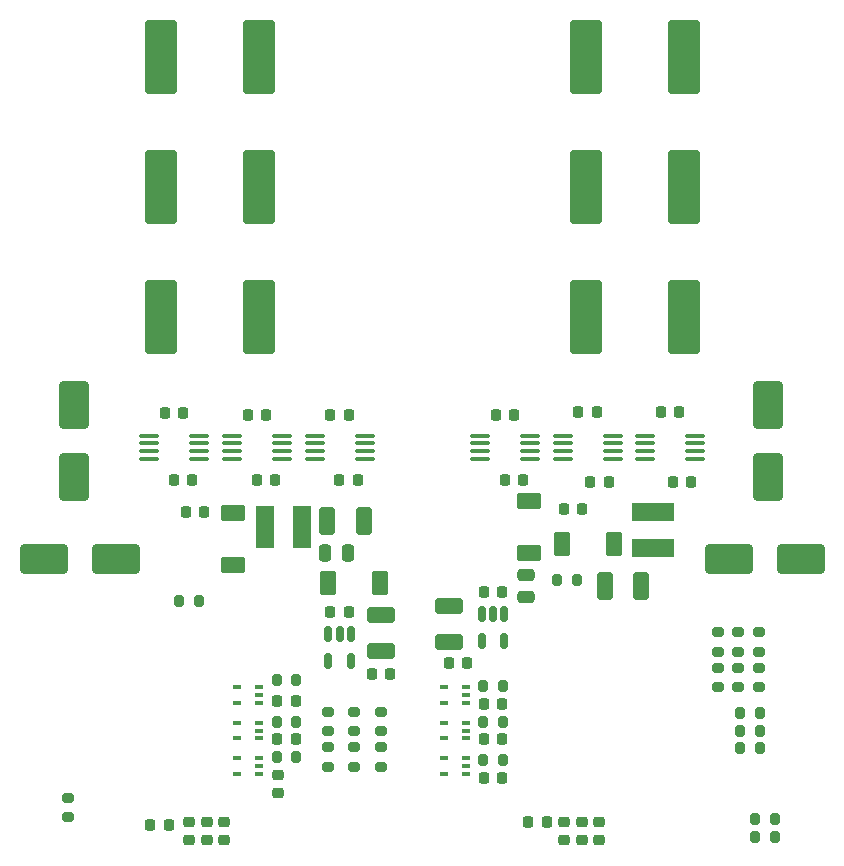
<source format=gbr>
%TF.GenerationSoftware,KiCad,Pcbnew,8.0.1*%
%TF.CreationDate,2024-06-01T22:58:48+02:00*%
%TF.ProjectId,vesc6,76657363-362e-46b6-9963-61645f706362,rev?*%
%TF.SameCoordinates,Original*%
%TF.FileFunction,Paste,Bot*%
%TF.FilePolarity,Positive*%
%FSLAX46Y46*%
G04 Gerber Fmt 4.6, Leading zero omitted, Abs format (unit mm)*
G04 Created by KiCad (PCBNEW 8.0.1) date 2024-06-01 22:58:48*
%MOMM*%
%LPD*%
G01*
G04 APERTURE LIST*
G04 Aperture macros list*
%AMRoundRect*
0 Rectangle with rounded corners*
0 $1 Rounding radius*
0 $2 $3 $4 $5 $6 $7 $8 $9 X,Y pos of 4 corners*
0 Add a 4 corners polygon primitive as box body*
4,1,4,$2,$3,$4,$5,$6,$7,$8,$9,$2,$3,0*
0 Add four circle primitives for the rounded corners*
1,1,$1+$1,$2,$3*
1,1,$1+$1,$4,$5*
1,1,$1+$1,$6,$7*
1,1,$1+$1,$8,$9*
0 Add four rect primitives between the rounded corners*
20,1,$1+$1,$2,$3,$4,$5,0*
20,1,$1+$1,$4,$5,$6,$7,0*
20,1,$1+$1,$6,$7,$8,$9,0*
20,1,$1+$1,$8,$9,$2,$3,0*%
G04 Aperture macros list end*
%ADD10RoundRect,0.150000X-0.150000X0.512500X-0.150000X-0.512500X0.150000X-0.512500X0.150000X0.512500X0*%
%ADD11RoundRect,0.100000X0.712500X0.100000X-0.712500X0.100000X-0.712500X-0.100000X0.712500X-0.100000X0*%
%ADD12RoundRect,0.225000X0.225000X0.250000X-0.225000X0.250000X-0.225000X-0.250000X0.225000X-0.250000X0*%
%ADD13RoundRect,0.250000X-0.800000X0.450000X-0.800000X-0.450000X0.800000X-0.450000X0.800000X0.450000X0*%
%ADD14RoundRect,0.200000X0.200000X0.275000X-0.200000X0.275000X-0.200000X-0.275000X0.200000X-0.275000X0*%
%ADD15RoundRect,0.250000X0.450000X0.800000X-0.450000X0.800000X-0.450000X-0.800000X0.450000X-0.800000X0*%
%ADD16RoundRect,0.225000X0.250000X-0.225000X0.250000X0.225000X-0.250000X0.225000X-0.250000X-0.225000X0*%
%ADD17RoundRect,0.100000X0.225000X0.100000X-0.225000X0.100000X-0.225000X-0.100000X0.225000X-0.100000X0*%
%ADD18RoundRect,0.225000X-0.225000X-0.250000X0.225000X-0.250000X0.225000X0.250000X-0.225000X0.250000X0*%
%ADD19RoundRect,0.200000X-0.275000X0.200000X-0.275000X-0.200000X0.275000X-0.200000X0.275000X0.200000X0*%
%ADD20RoundRect,0.250000X-1.000000X1.750000X-1.000000X-1.750000X1.000000X-1.750000X1.000000X1.750000X0*%
%ADD21RoundRect,0.200000X0.275000X-0.200000X0.275000X0.200000X-0.275000X0.200000X-0.275000X-0.200000X0*%
%ADD22RoundRect,0.200000X-0.200000X-0.275000X0.200000X-0.275000X0.200000X0.275000X-0.200000X0.275000X0*%
%ADD23RoundRect,0.135000X1.215000X2.965000X-1.215000X2.965000X-1.215000X-2.965000X1.215000X-2.965000X0*%
%ADD24RoundRect,0.250000X-0.250000X-0.475000X0.250000X-0.475000X0.250000X0.475000X-0.250000X0.475000X0*%
%ADD25RoundRect,0.250000X1.750000X1.000000X-1.750000X1.000000X-1.750000X-1.000000X1.750000X-1.000000X0*%
%ADD26RoundRect,0.250000X0.925000X-0.412500X0.925000X0.412500X-0.925000X0.412500X-0.925000X-0.412500X0*%
%ADD27RoundRect,0.135000X-1.215000X-2.965000X1.215000X-2.965000X1.215000X2.965000X-1.215000X2.965000X0*%
%ADD28RoundRect,0.250000X-1.750000X-1.000000X1.750000X-1.000000X1.750000X1.000000X-1.750000X1.000000X0*%
%ADD29RoundRect,0.250000X0.412500X0.925000X-0.412500X0.925000X-0.412500X-0.925000X0.412500X-0.925000X0*%
%ADD30R,3.600000X1.500000*%
%ADD31R,1.500000X3.600000*%
%ADD32RoundRect,0.250000X-0.412500X-0.925000X0.412500X-0.925000X0.412500X0.925000X-0.412500X0.925000X0*%
%ADD33RoundRect,0.250000X-0.475000X0.250000X-0.475000X-0.250000X0.475000X-0.250000X0.475000X0.250000X0*%
G04 APERTURE END LIST*
D10*
%TO.C,U6*%
X140050000Y-93112500D03*
X141000000Y-93112500D03*
X141950000Y-93112500D03*
X141950000Y-95387500D03*
X140050000Y-95387500D03*
%TD*%
D11*
%TO.C,U10*%
X151112500Y-78025000D03*
X151112500Y-78675000D03*
X151112500Y-79325000D03*
X151112500Y-79975000D03*
X146887500Y-79975000D03*
X146887500Y-79325000D03*
X146887500Y-78675000D03*
X146887500Y-78025000D03*
%TD*%
D12*
%TO.C,C38*%
X143525000Y-81750000D03*
X141975000Y-81750000D03*
%TD*%
%TO.C,C69*%
X122525000Y-81750000D03*
X120975000Y-81750000D03*
%TD*%
D13*
%TO.C,D9*%
X144000000Y-83550000D03*
X144000000Y-87950000D03*
%TD*%
D12*
%TO.C,C59*%
X129525000Y-81750000D03*
X127975000Y-81750000D03*
%TD*%
D14*
%TO.C,R67*%
X116075000Y-92000000D03*
X114425000Y-92000000D03*
%TD*%
%TO.C,R13*%
X164825000Y-110500000D03*
X163175000Y-110500000D03*
%TD*%
D15*
%TO.C,D8*%
X151200000Y-87250000D03*
X146800000Y-87250000D03*
%TD*%
D12*
%TO.C,C71*%
X124275000Y-103750000D03*
X122725000Y-103750000D03*
%TD*%
D16*
%TO.C,C48*%
X148500000Y-112275000D03*
X148500000Y-110725000D03*
%TD*%
D12*
%TO.C,C27*%
X148525000Y-84250000D03*
X146975000Y-84250000D03*
%TD*%
D17*
%TO.C,U8*%
X138700000Y-99350000D03*
X138700000Y-100000000D03*
X138700000Y-100650000D03*
X136800000Y-100650000D03*
X136800000Y-99350000D03*
%TD*%
D18*
%TO.C,C114*%
X127225000Y-93000000D03*
X128775000Y-93000000D03*
%TD*%
D17*
%TO.C,U11*%
X138700000Y-105350000D03*
X138700000Y-106000000D03*
X138700000Y-106650000D03*
X136800000Y-106650000D03*
X136800000Y-105350000D03*
%TD*%
D11*
%TO.C,U12*%
X158112500Y-78025000D03*
X158112500Y-78675000D03*
X158112500Y-79325000D03*
X158112500Y-79975000D03*
X153887500Y-79975000D03*
X153887500Y-79325000D03*
X153887500Y-78675000D03*
X153887500Y-78025000D03*
%TD*%
D19*
%TO.C,R70*%
X131500000Y-101425000D03*
X131500000Y-103075000D03*
%TD*%
D20*
%TO.C,C115*%
X105500000Y-75450000D03*
X105500000Y-81550000D03*
%TD*%
D12*
%TO.C,C60*%
X124275000Y-100500000D03*
X122725000Y-100500000D03*
%TD*%
D16*
%TO.C,C73*%
X116750000Y-112275000D03*
X116750000Y-110725000D03*
%TD*%
D12*
%TO.C,C76*%
X114775000Y-76150000D03*
X113225000Y-76150000D03*
%TD*%
%TO.C,C77*%
X115525000Y-81750000D03*
X113975000Y-81750000D03*
%TD*%
%TO.C,C12*%
X145525000Y-110750000D03*
X143975000Y-110750000D03*
%TD*%
D21*
%TO.C,R65*%
X127000000Y-106075000D03*
X127000000Y-104425000D03*
%TD*%
D12*
%TO.C,C68*%
X121775000Y-76250000D03*
X120225000Y-76250000D03*
%TD*%
D22*
%TO.C,R8*%
X161925000Y-101500000D03*
X163575000Y-101500000D03*
%TD*%
D23*
%TO.C,R53*%
X121150000Y-57000000D03*
X112850000Y-57000000D03*
%TD*%
D14*
%TO.C,R12*%
X164825000Y-112000000D03*
X163175000Y-112000000D03*
%TD*%
D22*
%TO.C,R7*%
X161925000Y-103000000D03*
X163575000Y-103000000D03*
%TD*%
D17*
%TO.C,U9*%
X138700000Y-102350000D03*
X138700000Y-103000000D03*
X138700000Y-103650000D03*
X136800000Y-103650000D03*
X136800000Y-102350000D03*
%TD*%
D24*
%TO.C,C111*%
X126800000Y-88000000D03*
X128700000Y-88000000D03*
%TD*%
D12*
%TO.C,C62*%
X149775000Y-76000000D03*
X148225000Y-76000000D03*
%TD*%
D25*
%TO.C,C58*%
X167050000Y-88500000D03*
X160950000Y-88500000D03*
%TD*%
D16*
%TO.C,C79*%
X118250000Y-112275000D03*
X118250000Y-110725000D03*
%TD*%
D21*
%TO.C,R71*%
X131500000Y-106075000D03*
X131500000Y-104425000D03*
%TD*%
%TO.C,R27*%
X163500000Y-99325000D03*
X163500000Y-97675000D03*
%TD*%
D12*
%TO.C,C63*%
X156775000Y-76000000D03*
X155225000Y-76000000D03*
%TD*%
D22*
%TO.C,R58*%
X122675000Y-105250000D03*
X124325000Y-105250000D03*
%TD*%
D26*
%TO.C,C37*%
X137250000Y-95537500D03*
X137250000Y-92462500D03*
%TD*%
%TO.C,C117*%
X131500000Y-96287500D03*
X131500000Y-93212500D03*
%TD*%
D22*
%TO.C,R6*%
X161925000Y-104500000D03*
X163575000Y-104500000D03*
%TD*%
D18*
%TO.C,C116*%
X130725000Y-98250000D03*
X132275000Y-98250000D03*
%TD*%
D19*
%TO.C,R64*%
X127000000Y-101425000D03*
X127000000Y-103075000D03*
%TD*%
D11*
%TO.C,U19*%
X116112500Y-78025000D03*
X116112500Y-78675000D03*
X116112500Y-79325000D03*
X116112500Y-79975000D03*
X111887500Y-79975000D03*
X111887500Y-79325000D03*
X111887500Y-78675000D03*
X111887500Y-78025000D03*
%TD*%
D27*
%TO.C,R2*%
X148850000Y-57000000D03*
X157150000Y-57000000D03*
%TD*%
D19*
%TO.C,R20*%
X160000000Y-94675000D03*
X160000000Y-96325000D03*
%TD*%
D12*
%TO.C,C44*%
X157775000Y-82000000D03*
X156225000Y-82000000D03*
%TD*%
D19*
%TO.C,R68*%
X129250000Y-101425000D03*
X129250000Y-103075000D03*
%TD*%
D23*
%TO.C,R49*%
X121150000Y-68000000D03*
X112850000Y-68000000D03*
%TD*%
D15*
%TO.C,D10*%
X131450000Y-90500000D03*
X127050000Y-90500000D03*
%TD*%
D22*
%TO.C,R56*%
X122675000Y-102250000D03*
X124325000Y-102250000D03*
%TD*%
D23*
%TO.C,R57*%
X121150000Y-46000000D03*
X112850000Y-46000000D03*
%TD*%
D13*
%TO.C,D4*%
X119000000Y-84550000D03*
X119000000Y-88950000D03*
%TD*%
D21*
%TO.C,R25*%
X161750000Y-99325000D03*
X161750000Y-97675000D03*
%TD*%
D10*
%TO.C,U25*%
X127050000Y-94862500D03*
X128000000Y-94862500D03*
X128950000Y-94862500D03*
X128950000Y-97137500D03*
X127050000Y-97137500D03*
%TD*%
D11*
%TO.C,U7*%
X144112500Y-78025000D03*
X144112500Y-78675000D03*
X144112500Y-79325000D03*
X144112500Y-79975000D03*
X139887500Y-79975000D03*
X139887500Y-79325000D03*
X139887500Y-78675000D03*
X139887500Y-78025000D03*
%TD*%
D28*
%TO.C,C112*%
X102950000Y-88500000D03*
X109050000Y-88500000D03*
%TD*%
D27*
%TO.C,R3*%
X148850000Y-68000000D03*
X157150000Y-68000000D03*
%TD*%
D12*
%TO.C,C52*%
X141775000Y-107000000D03*
X140225000Y-107000000D03*
%TD*%
%TO.C,C102*%
X116525000Y-84500000D03*
X114975000Y-84500000D03*
%TD*%
D27*
%TO.C,R1*%
X148850000Y-46000000D03*
X157150000Y-46000000D03*
%TD*%
D17*
%TO.C,U16*%
X121200000Y-102350000D03*
X121200000Y-103000000D03*
X121200000Y-103650000D03*
X119300000Y-103650000D03*
X119300000Y-102350000D03*
%TD*%
D14*
%TO.C,R23*%
X148075000Y-90250000D03*
X146425000Y-90250000D03*
%TD*%
D17*
%TO.C,U15*%
X121200000Y-99350000D03*
X121200000Y-100000000D03*
X121200000Y-100650000D03*
X119300000Y-100650000D03*
X119300000Y-99350000D03*
%TD*%
D12*
%TO.C,C89*%
X113525000Y-111000000D03*
X111975000Y-111000000D03*
%TD*%
D22*
%TO.C,R40*%
X140175000Y-105500000D03*
X141825000Y-105500000D03*
%TD*%
D19*
%TO.C,R24*%
X161750000Y-94675000D03*
X161750000Y-96325000D03*
%TD*%
D20*
%TO.C,C56*%
X164250000Y-75450000D03*
X164250000Y-81550000D03*
%TD*%
D11*
%TO.C,U13*%
X130112500Y-78025000D03*
X130112500Y-78675000D03*
X130112500Y-79325000D03*
X130112500Y-79975000D03*
X125887500Y-79975000D03*
X125887500Y-79325000D03*
X125887500Y-78675000D03*
X125887500Y-78025000D03*
%TD*%
D16*
%TO.C,C40*%
X147000000Y-112275000D03*
X147000000Y-110725000D03*
%TD*%
%TO.C,C53*%
X150000000Y-112275000D03*
X150000000Y-110725000D03*
%TD*%
D22*
%TO.C,R38*%
X140175000Y-102250000D03*
X141825000Y-102250000D03*
%TD*%
D29*
%TO.C,C34*%
X153537500Y-90750000D03*
X150462500Y-90750000D03*
%TD*%
D16*
%TO.C,C78*%
X122750000Y-108275000D03*
X122750000Y-106725000D03*
%TD*%
D12*
%TO.C,C61*%
X142775000Y-76250000D03*
X141225000Y-76250000D03*
%TD*%
D11*
%TO.C,U17*%
X123112500Y-78025000D03*
X123112500Y-78675000D03*
X123112500Y-79325000D03*
X123112500Y-79975000D03*
X118887500Y-79975000D03*
X118887500Y-79325000D03*
X118887500Y-78675000D03*
X118887500Y-78025000D03*
%TD*%
D21*
%TO.C,R31*%
X105000000Y-110325000D03*
X105000000Y-108675000D03*
%TD*%
D12*
%TO.C,C46*%
X141775000Y-103750000D03*
X140225000Y-103750000D03*
%TD*%
D17*
%TO.C,U18*%
X121200000Y-105350000D03*
X121200000Y-106000000D03*
X121200000Y-106650000D03*
X119300000Y-106650000D03*
X119300000Y-105350000D03*
%TD*%
D22*
%TO.C,R34*%
X140175000Y-99250000D03*
X141825000Y-99250000D03*
%TD*%
D30*
%TO.C,L1*%
X154500000Y-84475000D03*
X154500000Y-87525000D03*
%TD*%
D31*
%TO.C,L2*%
X121725000Y-85750000D03*
X124775000Y-85750000D03*
%TD*%
D18*
%TO.C,C35*%
X140225000Y-91250000D03*
X141775000Y-91250000D03*
%TD*%
D21*
%TO.C,R21*%
X160000000Y-99325000D03*
X160000000Y-97675000D03*
%TD*%
D12*
%TO.C,C39*%
X141775000Y-100750000D03*
X140225000Y-100750000D03*
%TD*%
D16*
%TO.C,C64*%
X115250000Y-112275000D03*
X115250000Y-110725000D03*
%TD*%
D12*
%TO.C,C51*%
X150775000Y-82000000D03*
X149225000Y-82000000D03*
%TD*%
D18*
%TO.C,C36*%
X137225000Y-97250000D03*
X138775000Y-97250000D03*
%TD*%
D19*
%TO.C,R26*%
X163500000Y-94675000D03*
X163500000Y-96325000D03*
%TD*%
D22*
%TO.C,R52*%
X122675000Y-98750000D03*
X124325000Y-98750000D03*
%TD*%
D32*
%TO.C,C113*%
X126962500Y-85250000D03*
X130037500Y-85250000D03*
%TD*%
D12*
%TO.C,C16*%
X128775000Y-76250000D03*
X127225000Y-76250000D03*
%TD*%
D21*
%TO.C,R69*%
X129250000Y-106075000D03*
X129250000Y-104425000D03*
%TD*%
D33*
%TO.C,C33*%
X143750000Y-89800000D03*
X143750000Y-91700000D03*
%TD*%
M02*

</source>
